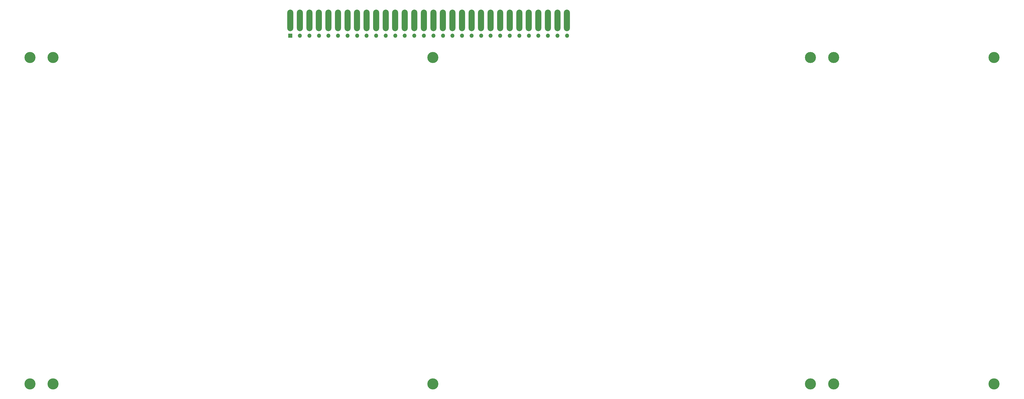
<source format=gbr>
%TF.GenerationSoftware,KiCad,Pcbnew,(6.99.0-2452-gdb4f2d9dd8)*%
%TF.CreationDate,2022-09-13T12:18:25+02:00*%
%TF.ProjectId,BEAMal_Rev1,4245414d-616c-45f5-9265-76312e6b6963,rev?*%
%TF.SameCoordinates,PXe1237f8PYe7db780*%
%TF.FileFunction,Soldermask,Bot*%
%TF.FilePolarity,Negative*%
%FSLAX46Y46*%
G04 Gerber Fmt 4.6, Leading zero omitted, Abs format (unit mm)*
G04 Created by KiCad (PCBNEW (6.99.0-2452-gdb4f2d9dd8)) date 2022-09-13 12:18:25*
%MOMM*%
%LPD*%
G01*
G04 APERTURE LIST*
%ADD10C,4.600000*%
%ADD11O,2.500000X8.970000*%
%ADD12R,1.700000X1.700000*%
%ADD13O,1.700000X1.700000*%
G04 APERTURE END LIST*
D10*
%TO.C,H5*%
X418400000Y-134100000D03*
%TD*%
%TO.C,H10*%
X408800000Y-134100000D03*
%TD*%
%TO.C,H3*%
X94400000Y-134100000D03*
%TD*%
%TO.C,H7*%
X84800000Y-269700000D03*
%TD*%
D11*
%TO.C,J2*%
X192859999Y-118699999D03*
X196819999Y-118699999D03*
X200779999Y-118699999D03*
X204739999Y-118699999D03*
X208699999Y-118699999D03*
X212659999Y-118699999D03*
X216619999Y-118699999D03*
X220579999Y-118699999D03*
X224539999Y-118699999D03*
X228499999Y-118699999D03*
X232459999Y-118699999D03*
X236419999Y-118699999D03*
X240379999Y-118699999D03*
X244339999Y-118699999D03*
X248299999Y-118699999D03*
X252259999Y-118699999D03*
X256219999Y-118699999D03*
X260179999Y-118699999D03*
X264139999Y-118699999D03*
X268099999Y-118699999D03*
X272059999Y-118699999D03*
X276019999Y-118699999D03*
X279979999Y-118699999D03*
X283939999Y-118699999D03*
X287899999Y-118699999D03*
X291859999Y-118699999D03*
X295819999Y-118699999D03*
X299779999Y-118699999D03*
X303739999Y-118699999D03*
X307699999Y-118699999D03*
%TD*%
D10*
%TO.C,H1*%
X252000000Y-134100000D03*
%TD*%
%TO.C,H12*%
X84800000Y-134100000D03*
%TD*%
%TO.C,H6*%
X418400000Y-269700000D03*
%TD*%
%TO.C,H9*%
X485000000Y-269700000D03*
%TD*%
%TO.C,H11*%
X94400000Y-269700000D03*
%TD*%
%TO.C,H8*%
X485000000Y-134100000D03*
%TD*%
%TO.C,H4*%
X408800000Y-269700000D03*
%TD*%
%TO.C,H2*%
X252000000Y-269700000D03*
%TD*%
D12*
%TO.C,J1*%
X192879999Y-125099999D03*
D13*
X196839999Y-125099999D03*
X200799999Y-125099999D03*
X204759999Y-125099999D03*
X208719999Y-125099999D03*
X212679999Y-125099999D03*
X216639999Y-125099999D03*
X220599999Y-125099999D03*
X224559999Y-125099999D03*
X228519999Y-125099999D03*
X232479999Y-125099999D03*
X236439999Y-125099999D03*
X240399999Y-125099999D03*
X244359999Y-125099999D03*
X248319999Y-125099999D03*
X252279999Y-125099999D03*
X256239999Y-125099999D03*
X260199999Y-125099999D03*
X264159999Y-125099999D03*
X268119999Y-125099999D03*
X272079999Y-125099999D03*
X276039999Y-125099999D03*
X279999999Y-125099999D03*
X283959999Y-125099999D03*
X287919999Y-125099999D03*
X291879999Y-125099999D03*
X295839999Y-125099999D03*
X299799999Y-125099999D03*
X303759999Y-125099999D03*
X307719999Y-125099999D03*
%TD*%
M02*

</source>
